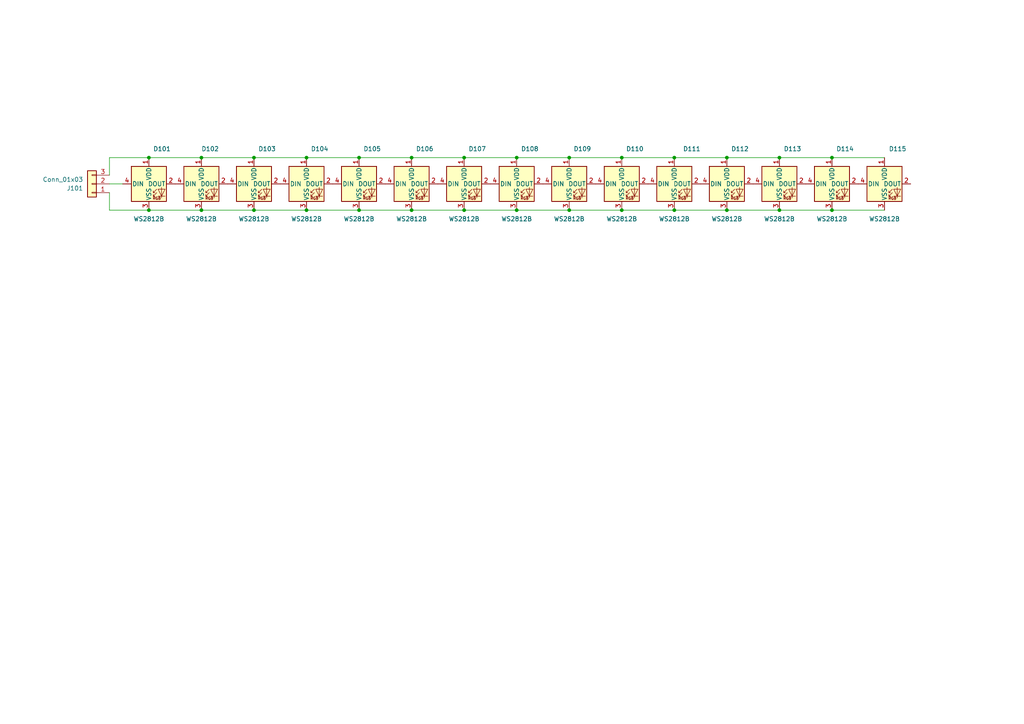
<source format=kicad_sch>
(kicad_sch (version 20211123) (generator eeschema)
  (paper "A4")
  (lib_symbols
    (symbol "Connector_Generic:Conn_01x03" (pin_names (offset 1.016) hide)
      (property "Reference" "J" (at 0 5.08 0))
      (property "Value" "Conn_01x03" (at 0 -5.08 0))
      (symbol "Conn_01x03_1_1"
        (rectangle (start -1.27 -2.413) (end 0 -2.667) (stroke (width 0.1524)))
        (rectangle (start -1.27 0.127) (end 0 -0.127) (stroke (width 0.1524)))
        (rectangle (start -1.27 2.667) (end 0 2.413) (stroke (width 0.1524)))
        (rectangle (start -1.27 3.81) (end 1.27 -3.81) (stroke (width 0.254)) (fill (type background)))
        (pin passive line (at -5.08 2.54 0) (length 3.81) (name "Pin_1") (number "1"))
        (pin passive line (at -5.08 0 0) (length 3.81) (name "Pin_2") (number "2"))
        (pin passive line (at -5.08 -2.54 0) (length 3.81) (name "Pin_3") (number "3"))
      )
    )
    (symbol "LED:WS2812B" (pin_names (offset 0.254))
      (property "Reference" "D" (at 5.08 5.715 0))
      (property "Value" "WS2812B" (at 1.27 -5.715 0))
      (symbol "WS2812B_0_0"
        (text "RGB" (at 2.286 -4.191 0) (effects (font (size 0.762 0.762))))
      )
      (symbol "WS2812B_0_1"
        (polyline (pts (xy 1.27 -3.556) (xy 1.778 -3.556)))
        (polyline (pts (xy 1.27 -2.54) (xy 1.778 -2.54)))
        (polyline (pts (xy 4.699 -3.556) (xy 2.667 -3.556)))
        (polyline (pts (xy 2.286 -2.54) (xy 1.27 -3.556) (xy 1.27 -3.048)))
        (polyline (pts (xy 2.286 -1.524) (xy 1.27 -2.54) (xy 1.27 -2.032)))
        (polyline (pts (xy 3.683 -1.016) (xy 3.683 -3.556) (xy 3.683 -4.064)))
        (polyline (pts (xy 4.699 -1.524) (xy 2.667 -1.524) (xy 3.683 -3.556) (xy 4.699 -1.524)))
        (rectangle (start 5.08 5.08) (end -5.08 -5.08) (stroke (width 0.254)) (fill (type background)))
      )
      (symbol "WS2812B_1_1"
        (pin power_in line (at 0 7.62 270) (length 2.54) (name "VDD") (number "1"))
        (pin output line (at 7.62 0 180) (length 2.54) (name "DOUT") (number "2"))
        (pin power_in line (at 0 -7.62 90) (length 2.54) (name "VSS") (number "3"))
        (pin input line (at -7.62 0 0) (length 2.54) (name "DIN") (number "4"))
      )
    )
  )
  (junction (at 73.66 45.72))
  (junction (at 241.3 45.72))
  (junction (at 104.14 45.72))
  (junction (at 119.38 60.96))
  (junction (at 58.42 45.72))
  (junction (at 165.1 60.96))
  (junction (at 165.1 45.72))
  (junction (at 210.82 45.72))
  (junction (at 88.9 60.96))
  (junction (at 241.3 60.96))
  (junction (at 195.58 60.96))
  (junction (at 180.34 60.96))
  (junction (at 180.34 45.72))
  (junction (at 104.14 60.96))
  (junction (at 119.38 45.72))
  (junction (at 226.06 60.96))
  (junction (at 226.06 45.72))
  (junction (at 73.66 60.96))
  (junction (at 149.86 60.96))
  (junction (at 134.62 60.96))
  (junction (at 88.9 45.72))
  (junction (at 134.62 45.72))
  (junction (at 43.18 60.96))
  (junction (at 58.42 60.96))
  (junction (at 195.58 45.72))
  (junction (at 210.82 60.96))
  (junction (at 43.18 45.72))
  (junction (at 149.86 45.72))
  (wire (pts (xy 241.3 45.72) (xy 256.54 45.72)))
  (wire (pts (xy 73.66 45.72) (xy 88.9 45.72)))
  (wire (pts (xy 31.75 50.8) (xy 31.75 45.72)))
  (wire (pts (xy 43.18 45.72) (xy 58.42 45.72)))
  (wire (pts (xy 149.86 60.96) (xy 165.1 60.96)))
  (wire (pts (xy 58.42 45.72) (xy 73.66 45.72)))
  (wire (pts (xy 43.18 60.96) (xy 58.42 60.96)))
  (wire (pts (xy 241.3 60.96) (xy 256.54 60.96)))
  (wire (pts (xy 134.62 60.96) (xy 149.86 60.96)))
  (wire (pts (xy 210.82 60.96) (xy 226.06 60.96)))
  (wire (pts (xy 226.06 60.96) (xy 241.3 60.96)))
  (wire (pts (xy 58.42 60.96) (xy 73.66 60.96)))
  (wire (pts (xy 210.82 45.72) (xy 226.06 45.72)))
  (wire (pts (xy 195.58 45.72) (xy 210.82 45.72)))
  (wire (pts (xy 180.34 60.96) (xy 195.58 60.96)))
  (wire (pts (xy 226.06 45.72) (xy 241.3 45.72)))
  (wire (pts (xy 104.14 60.96) (xy 119.38 60.96)))
  (wire (pts (xy 134.62 45.72) (xy 149.86 45.72)))
  (wire (pts (xy 195.58 60.96) (xy 210.82 60.96)))
  (wire (pts (xy 149.86 45.72) (xy 165.1 45.72)))
  (wire (pts (xy 73.66 60.96) (xy 88.9 60.96)))
  (wire (pts (xy 31.75 55.88) (xy 31.75 60.96)))
  (wire (pts (xy 165.1 45.72) (xy 180.34 45.72)))
  (wire (pts (xy 104.14 45.72) (xy 119.38 45.72)))
  (wire (pts (xy 119.38 60.96) (xy 134.62 60.96)))
  (wire (pts (xy 31.75 60.96) (xy 43.18 60.96)))
  (wire (pts (xy 119.38 45.72) (xy 134.62 45.72)))
  (wire (pts (xy 180.34 45.72) (xy 195.58 45.72)))
  (wire (pts (xy 31.75 45.72) (xy 43.18 45.72)))
  (wire (pts (xy 88.9 45.72) (xy 104.14 45.72)))
  (wire (pts (xy 165.1 60.96) (xy 180.34 60.96)))
  (wire (pts (xy 31.75 53.34) (xy 35.56 53.34)))
  (wire (pts (xy 88.9 60.96) (xy 104.14 60.96)))
  (symbol (lib_id "LED:WS2812B") (at 43.18 53.34 0) (unit 1)
    (property "Reference" "D101" (at 46.99 43.18 0))
    (property "Value" "WS2812B" (at 43.18 63.5 0))
    (property "Footprint" "LED_SMD:LED_WS2812B_PLCC4_5.0x5.0mm_P3.2mm" (effects hide))
    (property "Datasheet" "https://cdn-shop.adafruit.com/datasheets/WS2812B.pdf" (effects hide))
  )
  (symbol (lib_id "LED:WS2812B") (at 180.34 53.34 0) (unit 1)
    (property "Reference" "D110" (at 184.15 43.18 0))
    (property "Value" "WS2812B" (at 180.34 63.5 0))
    (property "Footprint" "LED_SMD:LED_WS2812B_PLCC4_5.0x5.0mm_P3.2mm" (effects hide))
    (property "Datasheet" "https://cdn-shop.adafruit.com/datasheets/WS2812B.pdf" (effects hide))
  )
  (symbol (lib_id "LED:WS2812B") (at 58.42 53.34 0) (unit 1)
    (property "Reference" "D102" (at 60.96 43.18 0))
    (property "Value" "WS2812B" (at 58.42 63.5 0))
    (property "Footprint" "LED_SMD:LED_WS2812B_PLCC4_5.0x5.0mm_P3.2mm" (effects hide))
    (property "Datasheet" "https://cdn-shop.adafruit.com/datasheets/WS2812B.pdf" (effects hide))
  )
  (symbol (lib_id "LED:WS2812B") (at 210.82 53.34 0) (unit 1)
    (property "Reference" "D112" (at 214.63 43.18 0))
    (property "Value" "WS2812B" (at 210.82 63.5 0))
    (property "Footprint" "LED_SMD:LED_WS2812B_PLCC4_5.0x5.0mm_P3.2mm" (effects hide))
    (property "Datasheet" "https://cdn-shop.adafruit.com/datasheets/WS2812B.pdf" (effects hide))
  )
  (symbol (lib_id "LED:WS2812B") (at 119.38 53.34 0) (unit 1)
    (property "Reference" "D106" (at 123.19 43.18 0))
    (property "Value" "WS2812B" (at 119.38 63.5 0))
    (property "Footprint" "LED_SMD:LED_WS2812B_PLCC4_5.0x5.0mm_P3.2mm" (effects hide))
    (property "Datasheet" "https://cdn-shop.adafruit.com/datasheets/WS2812B.pdf" (effects hide))
  )
  (symbol (lib_id "LED:WS2812B") (at 73.66 53.34 0) (unit 1)
    (property "Reference" "D103" (at 77.47 43.18 0))
    (property "Value" "WS2812B" (at 73.66 63.5 0))
    (property "Footprint" "LED_SMD:LED_WS2812B_PLCC4_5.0x5.0mm_P3.2mm" (effects hide))
    (property "Datasheet" "https://cdn-shop.adafruit.com/datasheets/WS2812B.pdf" (effects hide))
  )
  (symbol (lib_id "LED:WS2812B") (at 165.1 53.34 0) (unit 1)
    (property "Reference" "D109" (at 168.91 43.18 0))
    (property "Value" "WS2812B" (at 165.1 63.5 0))
    (property "Footprint" "LED_SMD:LED_WS2812B_PLCC4_5.0x5.0mm_P3.2mm" (effects hide))
    (property "Datasheet" "https://cdn-shop.adafruit.com/datasheets/WS2812B.pdf" (effects hide))
  )
  (symbol (lib_id "LED:WS2812B") (at 241.3 53.34 0) (unit 1)
    (property "Reference" "D114" (at 245.11 43.18 0))
    (property "Value" "WS2812B" (at 241.3 63.5 0))
    (property "Footprint" "LED_SMD:LED_WS2812B_PLCC4_5.0x5.0mm_P3.2mm" (effects hide))
    (property "Datasheet" "https://cdn-shop.adafruit.com/datasheets/WS2812B.pdf" (effects hide))
  )
  (symbol (lib_id "LED:WS2812B") (at 149.86 53.34 0) (unit 1)
    (property "Reference" "D108" (at 153.67 43.18 0))
    (property "Value" "WS2812B" (at 149.86 63.5 0))
    (property "Footprint" "LED_SMD:LED_WS2812B_PLCC4_5.0x5.0mm_P3.2mm" (effects hide))
    (property "Datasheet" "https://cdn-shop.adafruit.com/datasheets/WS2812B.pdf" (effects hide))
  )
  (symbol (lib_id "LED:WS2812B") (at 104.14 53.34 0) (unit 1)
    (property "Reference" "D105" (at 107.95 43.18 0))
    (property "Value" "WS2812B" (at 104.14 63.5 0))
    (property "Footprint" "LED_SMD:LED_WS2812B_PLCC4_5.0x5.0mm_P3.2mm" (effects hide))
    (property "Datasheet" "https://cdn-shop.adafruit.com/datasheets/WS2812B.pdf" (effects hide))
  )
  (symbol (lib_id "LED:WS2812B") (at 256.54 53.34 0) (unit 1)
    (property "Reference" "D115" (at 260.35 43.18 0))
    (property "Value" "WS2812B" (at 256.54 63.5 0))
    (property "Footprint" "LED_SMD:LED_WS2812B_PLCC4_5.0x5.0mm_P3.2mm" (effects hide))
    (property "Datasheet" "https://cdn-shop.adafruit.com/datasheets/WS2812B.pdf" (effects hide))
  )
  (symbol (lib_id "LED:WS2812B") (at 226.06 53.34 0) (unit 1)
    (property "Reference" "D113" (at 229.87 43.18 0))
    (property "Value" "WS2812B" (at 226.06 63.5 0))
    (property "Footprint" "LED_SMD:LED_WS2812B_PLCC4_5.0x5.0mm_P3.2mm" (effects hide))
    (property "Datasheet" "https://cdn-shop.adafruit.com/datasheets/WS2812B.pdf" (effects hide))
  )
  (symbol (lib_id "LED:WS2812B") (at 88.9 53.34 0) (unit 1)
    (property "Reference" "D104" (at 92.71 43.18 0))
    (property "Value" "WS2812B" (at 88.9 63.5 0))
    (property "Footprint" "LED_SMD:LED_WS2812B_PLCC4_5.0x5.0mm_P3.2mm" (effects hide))
    (property "Datasheet" "https://cdn-shop.adafruit.com/datasheets/WS2812B.pdf" (effects hide))
  )
  (symbol (lib_id "Connector_Generic:Conn_01x03") (at 26.67 53.34 180) (unit 1)
    (property "Reference" "J101" (at 24.13 54.6101 0) (effects (justify left)))
    (property "Value" "Conn_01x03" (at 24.13 52.0701 0) (effects (justify left)))
    (property "Footprint" "Connector_PinHeader_1.27mm:PinHeader_1x03_P1.27mm_Vertical_SMD_Pin1Right" (effects hide))
  )
  (symbol (lib_id "LED:WS2812B") (at 134.62 53.34 0) (unit 1)
    (property "Reference" "D107" (at 138.43 43.18 0))
    (property "Value" "WS2812B" (at 134.62 63.5 0))
    (property "Footprint" "LED_SMD:LED_WS2812B_PLCC4_5.0x5.0mm_P3.2mm" (effects hide))
    (property "Datasheet" "https://cdn-shop.adafruit.com/datasheets/WS2812B.pdf" (effects hide))
  )
  (symbol (lib_id "LED:WS2812B") (at 195.58 53.34 0) (unit 1)
    (property "Reference" "D111" (at 200.66 43.18 0))
    (property "Value" "WS2812B" (at 195.58 63.5 0))
    (property "Footprint" "LED_SMD:LED_WS2812B_PLCC4_5.0x5.0mm_P3.2mm" (effects hide))
    (property "Datasheet" "https://cdn-shop.adafruit.com/datasheets/WS2812B.pdf" (effects hide))
  )
)
</source>
